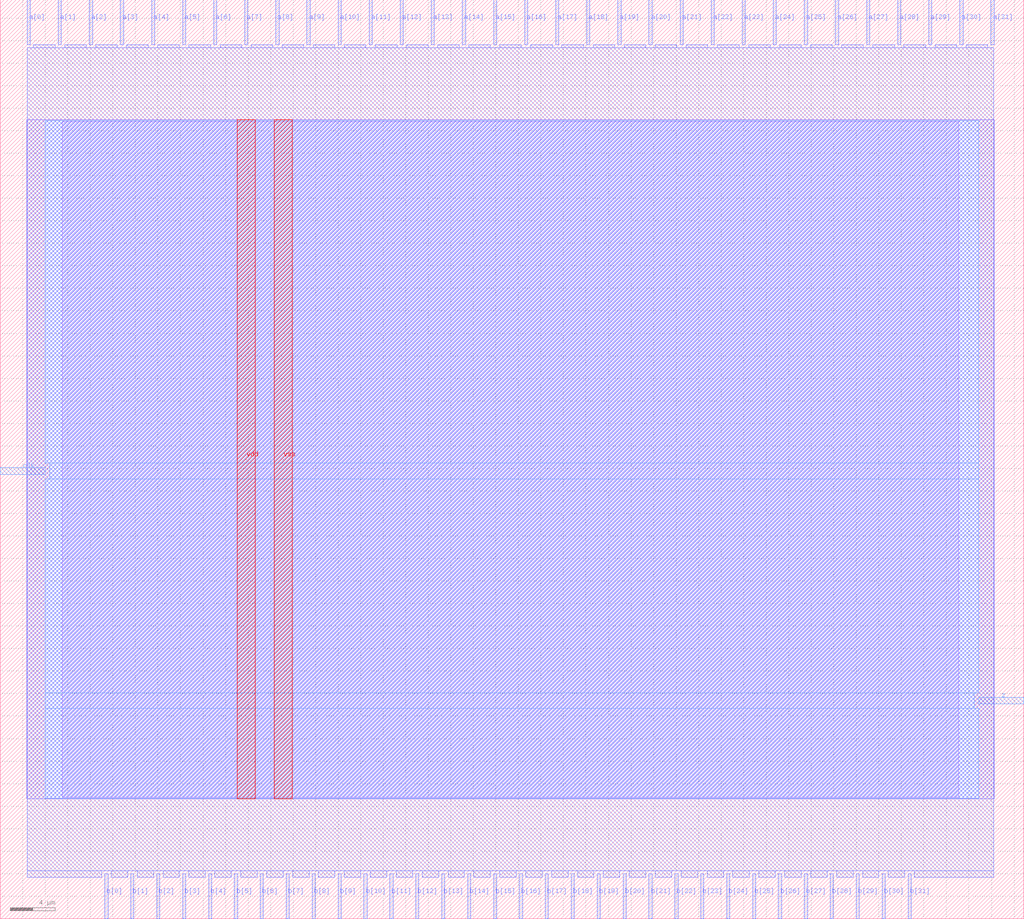
<source format=lef>
VERSION 5.7 ;
  NOWIREEXTENSIONATPIN ON ;
  DIVIDERCHAR "/" ;
  BUSBITCHARS "[]" ;
MACRO comp32
  CLASS BLOCK ;
  FOREIGN comp32 ;
  ORIGIN 0.000 0.000 ;
  SIZE 90.870 BY 81.630 ;
  PIN a[0]
    DIRECTION INPUT ;
    USE SIGNAL ;
    ANTENNAGATEAREA 0.196500 ;
    PORT
      LAYER met2 ;
        RECT 2.390 77.630 2.670 81.630 ;
    END
  END a[0]
  PIN a[10]
    DIRECTION INPUT ;
    USE SIGNAL ;
    ANTENNAGATEAREA 0.196500 ;
    PORT
      LAYER met2 ;
        RECT 29.990 77.630 30.270 81.630 ;
    END
  END a[10]
  PIN a[11]
    DIRECTION INPUT ;
    USE SIGNAL ;
    ANTENNAGATEAREA 0.196500 ;
    PORT
      LAYER met2 ;
        RECT 32.750 77.630 33.030 81.630 ;
    END
  END a[11]
  PIN a[12]
    DIRECTION INPUT ;
    USE SIGNAL ;
    ANTENNAGATEAREA 0.196500 ;
    PORT
      LAYER met2 ;
        RECT 35.510 77.630 35.790 81.630 ;
    END
  END a[12]
  PIN a[13]
    DIRECTION INPUT ;
    USE SIGNAL ;
    ANTENNAGATEAREA 0.196500 ;
    PORT
      LAYER met2 ;
        RECT 38.270 77.630 38.550 81.630 ;
    END
  END a[13]
  PIN a[14]
    DIRECTION INPUT ;
    USE SIGNAL ;
    ANTENNAGATEAREA 0.196500 ;
    PORT
      LAYER met2 ;
        RECT 41.030 77.630 41.310 81.630 ;
    END
  END a[14]
  PIN a[15]
    DIRECTION INPUT ;
    USE SIGNAL ;
    ANTENNAGATEAREA 0.196500 ;
    PORT
      LAYER met2 ;
        RECT 43.790 77.630 44.070 81.630 ;
    END
  END a[15]
  PIN a[16]
    DIRECTION INPUT ;
    USE SIGNAL ;
    ANTENNAGATEAREA 0.196500 ;
    PORT
      LAYER met2 ;
        RECT 46.550 77.630 46.830 81.630 ;
    END
  END a[16]
  PIN a[17]
    DIRECTION INPUT ;
    USE SIGNAL ;
    ANTENNAGATEAREA 0.196500 ;
    PORT
      LAYER met2 ;
        RECT 49.310 77.630 49.590 81.630 ;
    END
  END a[17]
  PIN a[18]
    DIRECTION INPUT ;
    USE SIGNAL ;
    ANTENNAGATEAREA 0.196500 ;
    PORT
      LAYER met2 ;
        RECT 52.070 77.630 52.350 81.630 ;
    END
  END a[18]
  PIN a[19]
    DIRECTION INPUT ;
    USE SIGNAL ;
    ANTENNAGATEAREA 0.196500 ;
    PORT
      LAYER met2 ;
        RECT 54.830 77.630 55.110 81.630 ;
    END
  END a[19]
  PIN a[1]
    DIRECTION INPUT ;
    USE SIGNAL ;
    ANTENNAGATEAREA 0.196500 ;
    PORT
      LAYER met2 ;
        RECT 5.150 77.630 5.430 81.630 ;
    END
  END a[1]
  PIN a[20]
    DIRECTION INPUT ;
    USE SIGNAL ;
    ANTENNAGATEAREA 0.196500 ;
    PORT
      LAYER met2 ;
        RECT 57.590 77.630 57.870 81.630 ;
    END
  END a[20]
  PIN a[21]
    DIRECTION INPUT ;
    USE SIGNAL ;
    ANTENNAGATEAREA 0.196500 ;
    PORT
      LAYER met2 ;
        RECT 60.350 77.630 60.630 81.630 ;
    END
  END a[21]
  PIN a[22]
    DIRECTION INPUT ;
    USE SIGNAL ;
    ANTENNAGATEAREA 0.196500 ;
    PORT
      LAYER met2 ;
        RECT 63.110 77.630 63.390 81.630 ;
    END
  END a[22]
  PIN a[23]
    DIRECTION INPUT ;
    USE SIGNAL ;
    ANTENNAGATEAREA 0.196500 ;
    PORT
      LAYER met2 ;
        RECT 65.870 77.630 66.150 81.630 ;
    END
  END a[23]
  PIN a[24]
    DIRECTION INPUT ;
    USE SIGNAL ;
    ANTENNAGATEAREA 0.196500 ;
    PORT
      LAYER met2 ;
        RECT 68.630 77.630 68.910 81.630 ;
    END
  END a[24]
  PIN a[25]
    DIRECTION INPUT ;
    USE SIGNAL ;
    ANTENNAGATEAREA 0.196500 ;
    PORT
      LAYER met2 ;
        RECT 71.390 77.630 71.670 81.630 ;
    END
  END a[25]
  PIN a[26]
    DIRECTION INPUT ;
    USE SIGNAL ;
    ANTENNAGATEAREA 0.196500 ;
    PORT
      LAYER met2 ;
        RECT 74.150 77.630 74.430 81.630 ;
    END
  END a[26]
  PIN a[27]
    DIRECTION INPUT ;
    USE SIGNAL ;
    ANTENNAGATEAREA 0.196500 ;
    PORT
      LAYER met2 ;
        RECT 76.910 77.630 77.190 81.630 ;
    END
  END a[27]
  PIN a[28]
    DIRECTION INPUT ;
    USE SIGNAL ;
    ANTENNAGATEAREA 0.196500 ;
    PORT
      LAYER met2 ;
        RECT 79.670 77.630 79.950 81.630 ;
    END
  END a[28]
  PIN a[29]
    DIRECTION INPUT ;
    USE SIGNAL ;
    ANTENNAGATEAREA 0.196500 ;
    PORT
      LAYER met2 ;
        RECT 82.430 77.630 82.710 81.630 ;
    END
  END a[29]
  PIN a[2]
    DIRECTION INPUT ;
    USE SIGNAL ;
    ANTENNAGATEAREA 0.196500 ;
    PORT
      LAYER met2 ;
        RECT 7.910 77.630 8.190 81.630 ;
    END
  END a[2]
  PIN a[30]
    DIRECTION INPUT ;
    USE SIGNAL ;
    ANTENNAGATEAREA 0.196500 ;
    PORT
      LAYER met2 ;
        RECT 85.190 77.630 85.470 81.630 ;
    END
  END a[30]
  PIN a[31]
    DIRECTION INPUT ;
    USE SIGNAL ;
    ANTENNAGATEAREA 0.196500 ;
    PORT
      LAYER met2 ;
        RECT 87.950 77.630 88.230 81.630 ;
    END
  END a[31]
  PIN a[3]
    DIRECTION INPUT ;
    USE SIGNAL ;
    ANTENNAGATEAREA 0.196500 ;
    PORT
      LAYER met2 ;
        RECT 10.670 77.630 10.950 81.630 ;
    END
  END a[3]
  PIN a[4]
    DIRECTION INPUT ;
    USE SIGNAL ;
    ANTENNAGATEAREA 0.196500 ;
    PORT
      LAYER met2 ;
        RECT 13.430 77.630 13.710 81.630 ;
    END
  END a[4]
  PIN a[5]
    DIRECTION INPUT ;
    USE SIGNAL ;
    ANTENNAGATEAREA 0.196500 ;
    PORT
      LAYER met2 ;
        RECT 16.190 77.630 16.470 81.630 ;
    END
  END a[5]
  PIN a[6]
    DIRECTION INPUT ;
    USE SIGNAL ;
    ANTENNAGATEAREA 0.196500 ;
    PORT
      LAYER met2 ;
        RECT 18.950 77.630 19.230 81.630 ;
    END
  END a[6]
  PIN a[7]
    DIRECTION INPUT ;
    USE SIGNAL ;
    ANTENNAGATEAREA 0.196500 ;
    PORT
      LAYER met2 ;
        RECT 21.710 77.630 21.990 81.630 ;
    END
  END a[7]
  PIN a[8]
    DIRECTION INPUT ;
    USE SIGNAL ;
    ANTENNAGATEAREA 0.196500 ;
    PORT
      LAYER met2 ;
        RECT 24.470 77.630 24.750 81.630 ;
    END
  END a[8]
  PIN a[9]
    DIRECTION INPUT ;
    USE SIGNAL ;
    ANTENNAGATEAREA 0.196500 ;
    PORT
      LAYER met2 ;
        RECT 27.230 77.630 27.510 81.630 ;
    END
  END a[9]
  PIN b[0]
    DIRECTION INPUT ;
    USE SIGNAL ;
    ANTENNAGATEAREA 0.196500 ;
    PORT
      LAYER met2 ;
        RECT 9.290 0.000 9.570 4.000 ;
    END
  END b[0]
  PIN b[10]
    DIRECTION INPUT ;
    USE SIGNAL ;
    ANTENNAGATEAREA 0.196500 ;
    PORT
      LAYER met2 ;
        RECT 32.290 0.000 32.570 4.000 ;
    END
  END b[10]
  PIN b[11]
    DIRECTION INPUT ;
    USE SIGNAL ;
    ANTENNAGATEAREA 0.196500 ;
    PORT
      LAYER met2 ;
        RECT 34.590 0.000 34.870 4.000 ;
    END
  END b[11]
  PIN b[12]
    DIRECTION INPUT ;
    USE SIGNAL ;
    ANTENNAGATEAREA 0.196500 ;
    PORT
      LAYER met2 ;
        RECT 36.890 0.000 37.170 4.000 ;
    END
  END b[12]
  PIN b[13]
    DIRECTION INPUT ;
    USE SIGNAL ;
    ANTENNAGATEAREA 0.196500 ;
    PORT
      LAYER met2 ;
        RECT 39.190 0.000 39.470 4.000 ;
    END
  END b[13]
  PIN b[14]
    DIRECTION INPUT ;
    USE SIGNAL ;
    ANTENNAGATEAREA 0.196500 ;
    PORT
      LAYER met2 ;
        RECT 41.490 0.000 41.770 4.000 ;
    END
  END b[14]
  PIN b[15]
    DIRECTION INPUT ;
    USE SIGNAL ;
    ANTENNAGATEAREA 0.196500 ;
    PORT
      LAYER met2 ;
        RECT 43.790 0.000 44.070 4.000 ;
    END
  END b[15]
  PIN b[16]
    DIRECTION INPUT ;
    USE SIGNAL ;
    ANTENNAGATEAREA 0.196500 ;
    PORT
      LAYER met2 ;
        RECT 46.090 0.000 46.370 4.000 ;
    END
  END b[16]
  PIN b[17]
    DIRECTION INPUT ;
    USE SIGNAL ;
    ANTENNAGATEAREA 0.196500 ;
    PORT
      LAYER met2 ;
        RECT 48.390 0.000 48.670 4.000 ;
    END
  END b[17]
  PIN b[18]
    DIRECTION INPUT ;
    USE SIGNAL ;
    ANTENNAGATEAREA 0.196500 ;
    PORT
      LAYER met2 ;
        RECT 50.690 0.000 50.970 4.000 ;
    END
  END b[18]
  PIN b[19]
    DIRECTION INPUT ;
    USE SIGNAL ;
    ANTENNAGATEAREA 0.196500 ;
    PORT
      LAYER met2 ;
        RECT 52.990 0.000 53.270 4.000 ;
    END
  END b[19]
  PIN b[1]
    DIRECTION INPUT ;
    USE SIGNAL ;
    ANTENNAGATEAREA 0.196500 ;
    PORT
      LAYER met2 ;
        RECT 11.590 0.000 11.870 4.000 ;
    END
  END b[1]
  PIN b[20]
    DIRECTION INPUT ;
    USE SIGNAL ;
    ANTENNAGATEAREA 0.196500 ;
    PORT
      LAYER met2 ;
        RECT 55.290 0.000 55.570 4.000 ;
    END
  END b[20]
  PIN b[21]
    DIRECTION INPUT ;
    USE SIGNAL ;
    ANTENNAGATEAREA 0.196500 ;
    PORT
      LAYER met2 ;
        RECT 57.590 0.000 57.870 4.000 ;
    END
  END b[21]
  PIN b[22]
    DIRECTION INPUT ;
    USE SIGNAL ;
    ANTENNAGATEAREA 0.196500 ;
    PORT
      LAYER met2 ;
        RECT 59.890 0.000 60.170 4.000 ;
    END
  END b[22]
  PIN b[23]
    DIRECTION INPUT ;
    USE SIGNAL ;
    ANTENNAGATEAREA 0.196500 ;
    PORT
      LAYER met2 ;
        RECT 62.190 0.000 62.470 4.000 ;
    END
  END b[23]
  PIN b[24]
    DIRECTION INPUT ;
    USE SIGNAL ;
    ANTENNAGATEAREA 0.196500 ;
    PORT
      LAYER met2 ;
        RECT 64.490 0.000 64.770 4.000 ;
    END
  END b[24]
  PIN b[25]
    DIRECTION INPUT ;
    USE SIGNAL ;
    ANTENNAGATEAREA 0.196500 ;
    PORT
      LAYER met2 ;
        RECT 66.790 0.000 67.070 4.000 ;
    END
  END b[25]
  PIN b[26]
    DIRECTION INPUT ;
    USE SIGNAL ;
    ANTENNAGATEAREA 0.196500 ;
    PORT
      LAYER met2 ;
        RECT 69.090 0.000 69.370 4.000 ;
    END
  END b[26]
  PIN b[27]
    DIRECTION INPUT ;
    USE SIGNAL ;
    ANTENNAGATEAREA 0.196500 ;
    PORT
      LAYER met2 ;
        RECT 71.390 0.000 71.670 4.000 ;
    END
  END b[27]
  PIN b[28]
    DIRECTION INPUT ;
    USE SIGNAL ;
    ANTENNAGATEAREA 0.196500 ;
    PORT
      LAYER met2 ;
        RECT 73.690 0.000 73.970 4.000 ;
    END
  END b[28]
  PIN b[29]
    DIRECTION INPUT ;
    USE SIGNAL ;
    ANTENNAGATEAREA 0.196500 ;
    PORT
      LAYER met2 ;
        RECT 75.990 0.000 76.270 4.000 ;
    END
  END b[29]
  PIN b[2]
    DIRECTION INPUT ;
    USE SIGNAL ;
    ANTENNAGATEAREA 0.196500 ;
    PORT
      LAYER met2 ;
        RECT 13.890 0.000 14.170 4.000 ;
    END
  END b[2]
  PIN b[30]
    DIRECTION INPUT ;
    USE SIGNAL ;
    ANTENNAGATEAREA 0.196500 ;
    PORT
      LAYER met2 ;
        RECT 78.290 0.000 78.570 4.000 ;
    END
  END b[30]
  PIN b[31]
    DIRECTION INPUT ;
    USE SIGNAL ;
    ANTENNAGATEAREA 0.196500 ;
    PORT
      LAYER met2 ;
        RECT 80.590 0.000 80.870 4.000 ;
    END
  END b[31]
  PIN b[3]
    DIRECTION INPUT ;
    USE SIGNAL ;
    ANTENNAGATEAREA 0.196500 ;
    PORT
      LAYER met2 ;
        RECT 16.190 0.000 16.470 4.000 ;
    END
  END b[3]
  PIN b[4]
    DIRECTION INPUT ;
    USE SIGNAL ;
    ANTENNAGATEAREA 0.196500 ;
    PORT
      LAYER met2 ;
        RECT 18.490 0.000 18.770 4.000 ;
    END
  END b[4]
  PIN b[5]
    DIRECTION INPUT ;
    USE SIGNAL ;
    ANTENNAGATEAREA 0.196500 ;
    PORT
      LAYER met2 ;
        RECT 20.790 0.000 21.070 4.000 ;
    END
  END b[5]
  PIN b[6]
    DIRECTION INPUT ;
    USE SIGNAL ;
    ANTENNAGATEAREA 0.196500 ;
    PORT
      LAYER met2 ;
        RECT 23.090 0.000 23.370 4.000 ;
    END
  END b[6]
  PIN b[7]
    DIRECTION INPUT ;
    USE SIGNAL ;
    ANTENNAGATEAREA 0.196500 ;
    PORT
      LAYER met2 ;
        RECT 25.390 0.000 25.670 4.000 ;
    END
  END b[7]
  PIN b[8]
    DIRECTION INPUT ;
    USE SIGNAL ;
    ANTENNAGATEAREA 0.196500 ;
    PORT
      LAYER met2 ;
        RECT 27.690 0.000 27.970 4.000 ;
    END
  END b[8]
  PIN b[9]
    DIRECTION INPUT ;
    USE SIGNAL ;
    ANTENNAGATEAREA 0.196500 ;
    PORT
      LAYER met2 ;
        RECT 29.990 0.000 30.270 4.000 ;
    END
  END b[9]
  PIN clk
    DIRECTION INPUT ;
    USE SIGNAL ;
    ANTENNAGATEAREA 0.159000 ;
    ANTENNADIFFAREA 0.434700 ;
    PORT
      LAYER met3 ;
        RECT 0.000 39.480 4.000 40.080 ;
    END
  END clk
  PIN vdd
    DIRECTION INOUT ;
    USE POWER ;
    PORT
      LAYER met4 ;
        RECT 21.040 10.640 22.640 70.960 ;
    END
  END vdd
  PIN vss
    DIRECTION INOUT ;
    USE GROUND ;
    PORT
      LAYER met4 ;
        RECT 24.340 10.640 25.940 70.960 ;
    END
  END vss
  PIN z
    DIRECTION OUTPUT ;
    USE SIGNAL ;
    ANTENNADIFFAREA 0.445500 ;
    PORT
      LAYER met3 ;
        RECT 86.870 19.080 90.870 19.680 ;
    END
  END z
  OBS
      LAYER li1 ;
        RECT 5.520 10.795 85.100 70.805 ;
      LAYER met1 ;
        RECT 2.370 10.640 88.250 70.960 ;
      LAYER met2 ;
        RECT 2.950 77.350 4.870 77.630 ;
        RECT 5.710 77.350 7.630 77.630 ;
        RECT 8.470 77.350 10.390 77.630 ;
        RECT 11.230 77.350 13.150 77.630 ;
        RECT 13.990 77.350 15.910 77.630 ;
        RECT 16.750 77.350 18.670 77.630 ;
        RECT 19.510 77.350 21.430 77.630 ;
        RECT 22.270 77.350 24.190 77.630 ;
        RECT 25.030 77.350 26.950 77.630 ;
        RECT 27.790 77.350 29.710 77.630 ;
        RECT 30.550 77.350 32.470 77.630 ;
        RECT 33.310 77.350 35.230 77.630 ;
        RECT 36.070 77.350 37.990 77.630 ;
        RECT 38.830 77.350 40.750 77.630 ;
        RECT 41.590 77.350 43.510 77.630 ;
        RECT 44.350 77.350 46.270 77.630 ;
        RECT 47.110 77.350 49.030 77.630 ;
        RECT 49.870 77.350 51.790 77.630 ;
        RECT 52.630 77.350 54.550 77.630 ;
        RECT 55.390 77.350 57.310 77.630 ;
        RECT 58.150 77.350 60.070 77.630 ;
        RECT 60.910 77.350 62.830 77.630 ;
        RECT 63.670 77.350 65.590 77.630 ;
        RECT 66.430 77.350 68.350 77.630 ;
        RECT 69.190 77.350 71.110 77.630 ;
        RECT 71.950 77.350 73.870 77.630 ;
        RECT 74.710 77.350 76.630 77.630 ;
        RECT 77.470 77.350 79.390 77.630 ;
        RECT 80.230 77.350 82.150 77.630 ;
        RECT 82.990 77.350 84.910 77.630 ;
        RECT 85.750 77.350 87.670 77.630 ;
        RECT 2.400 4.280 88.220 77.350 ;
        RECT 2.400 3.670 9.010 4.280 ;
        RECT 9.850 3.670 11.310 4.280 ;
        RECT 12.150 3.670 13.610 4.280 ;
        RECT 14.450 3.670 15.910 4.280 ;
        RECT 16.750 3.670 18.210 4.280 ;
        RECT 19.050 3.670 20.510 4.280 ;
        RECT 21.350 3.670 22.810 4.280 ;
        RECT 23.650 3.670 25.110 4.280 ;
        RECT 25.950 3.670 27.410 4.280 ;
        RECT 28.250 3.670 29.710 4.280 ;
        RECT 30.550 3.670 32.010 4.280 ;
        RECT 32.850 3.670 34.310 4.280 ;
        RECT 35.150 3.670 36.610 4.280 ;
        RECT 37.450 3.670 38.910 4.280 ;
        RECT 39.750 3.670 41.210 4.280 ;
        RECT 42.050 3.670 43.510 4.280 ;
        RECT 44.350 3.670 45.810 4.280 ;
        RECT 46.650 3.670 48.110 4.280 ;
        RECT 48.950 3.670 50.410 4.280 ;
        RECT 51.250 3.670 52.710 4.280 ;
        RECT 53.550 3.670 55.010 4.280 ;
        RECT 55.850 3.670 57.310 4.280 ;
        RECT 58.150 3.670 59.610 4.280 ;
        RECT 60.450 3.670 61.910 4.280 ;
        RECT 62.750 3.670 64.210 4.280 ;
        RECT 65.050 3.670 66.510 4.280 ;
        RECT 67.350 3.670 68.810 4.280 ;
        RECT 69.650 3.670 71.110 4.280 ;
        RECT 71.950 3.670 73.410 4.280 ;
        RECT 74.250 3.670 75.710 4.280 ;
        RECT 76.550 3.670 78.010 4.280 ;
        RECT 78.850 3.670 80.310 4.280 ;
        RECT 81.150 3.670 88.220 4.280 ;
      LAYER met3 ;
        RECT 4.000 40.480 86.870 70.885 ;
        RECT 4.400 39.080 86.870 40.480 ;
        RECT 4.000 20.080 86.870 39.080 ;
        RECT 4.000 18.680 86.470 20.080 ;
        RECT 4.000 10.715 86.870 18.680 ;
  END
END comp32
END LIBRARY


</source>
